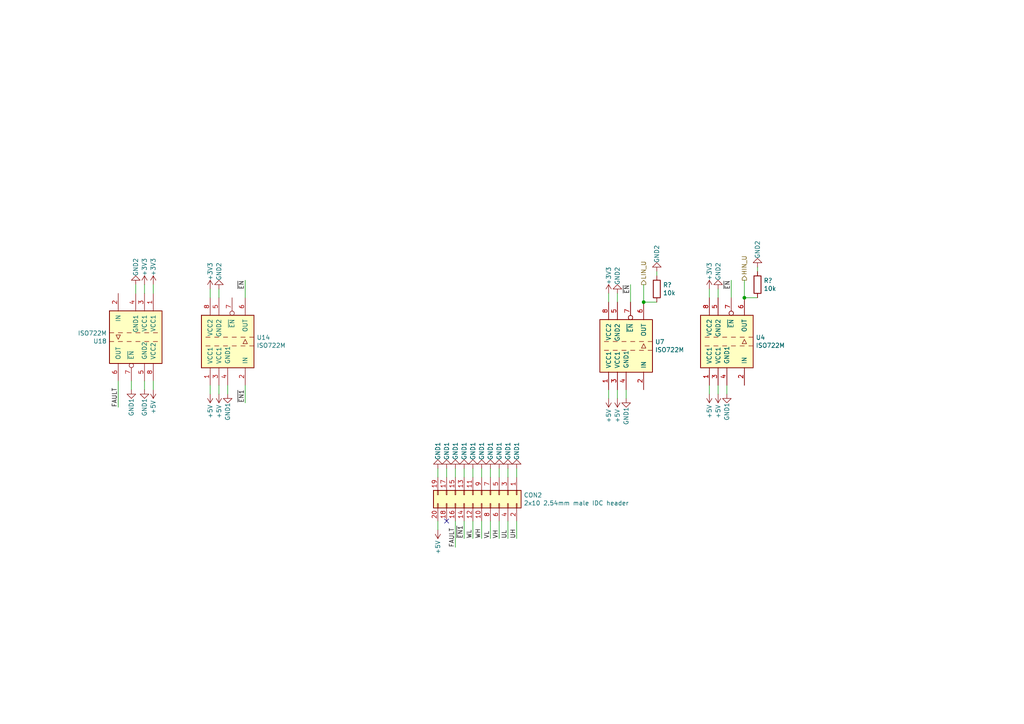
<source format=kicad_sch>
(kicad_sch (version 20211123) (generator eeschema)
  (paper "A4")
  (lib_symbols
    (symbol "Connector_Generic:Conn_02x10_Odd_Even" (pin_names (offset 1.016) hide)
      (property "Reference" "J" (at 1.27 12.7 0))
      (property "Value" "Conn_02x10_Odd_Even" (at 1.27 -15.24 0))
      (symbol "Conn_02x10_Odd_Even_1_1"
        (rectangle (start -1.27 -12.573) (end 0 -12.827) (stroke (width 0.1524)))
        (rectangle (start -1.27 -10.033) (end 0 -10.287) (stroke (width 0.1524)))
        (rectangle (start -1.27 -7.493) (end 0 -7.747) (stroke (width 0.1524)))
        (rectangle (start -1.27 -4.953) (end 0 -5.207) (stroke (width 0.1524)))
        (rectangle (start -1.27 -2.413) (end 0 -2.667) (stroke (width 0.1524)))
        (rectangle (start -1.27 0.127) (end 0 -0.127) (stroke (width 0.1524)))
        (rectangle (start -1.27 2.667) (end 0 2.413) (stroke (width 0.1524)))
        (rectangle (start -1.27 5.207) (end 0 4.953) (stroke (width 0.1524)))
        (rectangle (start -1.27 7.747) (end 0 7.493) (stroke (width 0.1524)))
        (rectangle (start -1.27 10.287) (end 0 10.033) (stroke (width 0.1524)))
        (rectangle (start -1.27 11.43) (end 3.81 -13.97) (stroke (width 0.254)) (fill (type background)))
        (rectangle (start 3.81 -12.573) (end 2.54 -12.827) (stroke (width 0.1524)))
        (rectangle (start 3.81 -10.033) (end 2.54 -10.287) (stroke (width 0.1524)))
        (rectangle (start 3.81 -7.493) (end 2.54 -7.747) (stroke (width 0.1524)))
        (rectangle (start 3.81 -4.953) (end 2.54 -5.207) (stroke (width 0.1524)))
        (rectangle (start 3.81 -2.413) (end 2.54 -2.667) (stroke (width 0.1524)))
        (rectangle (start 3.81 0.127) (end 2.54 -0.127) (stroke (width 0.1524)))
        (rectangle (start 3.81 2.667) (end 2.54 2.413) (stroke (width 0.1524)))
        (rectangle (start 3.81 5.207) (end 2.54 4.953) (stroke (width 0.1524)))
        (rectangle (start 3.81 7.747) (end 2.54 7.493) (stroke (width 0.1524)))
        (rectangle (start 3.81 10.287) (end 2.54 10.033) (stroke (width 0.1524)))
        (pin passive line (at -5.08 10.16 0) (length 3.81) (name "Pin_1") (number "1"))
        (pin passive line (at 7.62 0 180) (length 3.81) (name "Pin_10") (number "10"))
        (pin passive line (at -5.08 -2.54 0) (length 3.81) (name "Pin_11") (number "11"))
        (pin passive line (at 7.62 -2.54 180) (length 3.81) (name "Pin_12") (number "12"))
        (pin passive line (at -5.08 -5.08 0) (length 3.81) (name "Pin_13") (number "13"))
        (pin passive line (at 7.62 -5.08 180) (length 3.81) (name "Pin_14") (number "14"))
        (pin passive line (at -5.08 -7.62 0) (length 3.81) (name "Pin_15") (number "15"))
        (pin passive line (at 7.62 -7.62 180) (length 3.81) (name "Pin_16") (number "16"))
        (pin passive line (at -5.08 -10.16 0) (length 3.81) (name "Pin_17") (number "17"))
        (pin passive line (at 7.62 -10.16 180) (length 3.81) (name "Pin_18") (number "18"))
        (pin passive line (at -5.08 -12.7 0) (length 3.81) (name "Pin_19") (number "19"))
        (pin passive line (at 7.62 10.16 180) (length 3.81) (name "Pin_2") (number "2"))
        (pin passive line (at 7.62 -12.7 180) (length 3.81) (name "Pin_20") (number "20"))
        (pin passive line (at -5.08 7.62 0) (length 3.81) (name "Pin_3") (number "3"))
        (pin passive line (at 7.62 7.62 180) (length 3.81) (name "Pin_4") (number "4"))
        (pin passive line (at -5.08 5.08 0) (length 3.81) (name "Pin_5") (number "5"))
        (pin passive line (at 7.62 5.08 180) (length 3.81) (name "Pin_6") (number "6"))
        (pin passive line (at -5.08 2.54 0) (length 3.81) (name "Pin_7") (number "7"))
        (pin passive line (at 7.62 2.54 180) (length 3.81) (name "Pin_8") (number "8"))
        (pin passive line (at -5.08 0 0) (length 3.81) (name "Pin_9") (number "9"))
      )
    )
    (symbol "Device:R" (pin_numbers hide) (pin_names (offset 0))
      (property "Reference" "R" (at 2.032 0 90))
      (property "Value" "R" (at 0 0 90))
      (symbol "R_0_1"
        (rectangle (start -1.016 -2.54) (end 1.016 2.54) (stroke (width 0.254)))
      )
      (symbol "R_1_1"
        (pin passive line (at 0 3.81 270) (length 1.27) (name "~") (number "1"))
        (pin passive line (at 0 -3.81 90) (length 1.27) (name "~") (number "2"))
      )
    )
    (symbol "Local_Lib:ISO722M" (pin_names (offset 1.016))
      (property "Reference" "U" (at 0 10.795 0))
      (property "Value" "ISO722M" (at 0 8.89 0))
      (symbol "ISO722M_0_1"
        (rectangle (start -7.62 7.62) (end 7.62 -7.62) (stroke (width 0.254)) (fill (type background)))
        (polyline (pts (xy -1.27 -6.35) (xy -1.27 -7.62)))
        (polyline (pts (xy -1.27 -3.81) (xy -1.27 -5.08)))
        (polyline (pts (xy -1.27 -1.27) (xy -1.27 -2.54)))
        (polyline (pts (xy -1.27 1.27) (xy -1.27 0)))
        (polyline (pts (xy -1.27 3.81) (xy -1.27 2.54)))
        (polyline (pts (xy -1.27 6.35) (xy -1.27 5.08)))
        (polyline (pts (xy 1.27 -6.35) (xy 1.27 -7.62)))
        (polyline (pts (xy 1.27 -3.81) (xy 1.27 -5.08)))
        (polyline (pts (xy 1.27 -1.27) (xy 1.27 -2.54)))
        (polyline (pts (xy 1.27 1.27) (xy 1.27 0)))
        (polyline (pts (xy 1.27 3.81) (xy 1.27 2.54)))
        (polyline (pts (xy 1.27 6.35) (xy 1.27 5.08)))
        (polyline (pts (xy -0.635 -4.445) (xy -0.635 -5.715) (xy 0.635 -5.08) (xy -0.635 -4.445)))
      )
      (symbol "ISO722M_1_1"
        (pin power_in line (at -12.7 5.08 0) (length 5.1308) (name "VCC1") (number "1"))
        (pin input line (at -12.7 -5.08 0) (length 5.1308) (name "IN") (number "2"))
        (pin power_in line (at -12.7 2.54 0) (length 5.1308) (name "VCC1") (number "3"))
        (pin power_in line (at -12.7 0 0) (length 5.1308) (name "GND1") (number "4"))
        (pin power_in line (at 12.7 2.54 180) (length 5.1308) (name "GND2") (number "5"))
        (pin output line (at 12.7 -5.08 180) (length 5.1308) (name "OUT") (number "6"))
        (pin input inverted (at 12.7 -1.27 180) (length 5.1308) (name "~{EN}") (number "7"))
        (pin power_in line (at 12.7 5.08 180) (length 5.1308) (name "VCC2") (number "8"))
      )
    )
    (symbol "power:+3V3" (power) (pin_names (offset 0))
      (property "Value" "+3V3" (at 0 3.556 0))
      (symbol "+3V3_0_1"
        (polyline (pts (xy -0.762 1.27) (xy 0 2.54)))
        (polyline (pts (xy 0 0) (xy 0 2.54)))
        (polyline (pts (xy 0 2.54) (xy 0.762 1.27)))
      )
      (symbol "+3V3_1_1"
        (pin power_in line (at 0 0 90) (length 0) hide (name "+3V3") (number "1"))
      )
    )
    (symbol "power:+5V" (power) (pin_names (offset 0))
      (property "Value" "+5V" (at 0 3.556 0))
      (symbol "+5V_0_1"
        (polyline (pts (xy -0.762 1.27) (xy 0 2.54)))
        (polyline (pts (xy 0 0) (xy 0 2.54)))
        (polyline (pts (xy 0 2.54) (xy 0.762 1.27)))
      )
      (symbol "+5V_1_1"
        (pin power_in line (at 0 0 90) (length 0) hide (name "+5V") (number "1"))
      )
    )
    (symbol "power:GND1" (power) (pin_names (offset 0))
      (property "Value" "GND1" (at 0 -3.81 0))
      (symbol "GND1_0_1"
        (polyline (pts (xy 0 0) (xy 0 -1.27) (xy 1.27 -1.27) (xy 0 -2.54) (xy -1.27 -1.27) (xy 0 -1.27)))
      )
      (symbol "GND1_1_1"
        (pin power_in line (at 0 0 270) (length 0) hide (name "GND1") (number "1"))
      )
    )
    (symbol "power:GND2" (power) (pin_names (offset 0))
      (property "Value" "GND2" (at 0 -3.81 0))
      (symbol "GND2_0_1"
        (polyline (pts (xy 0 0) (xy 0 -1.27) (xy 1.27 -1.27) (xy 0 -2.54) (xy -1.27 -1.27) (xy 0 -1.27)))
      )
      (symbol "GND2_1_1"
        (pin power_in line (at 0 0 270) (length 0) hide (name "GND2") (number "1"))
      )
    )
  )
  (junction (at 186.69 87.63))
  (junction (at 215.9 86.36))
  (no_connect (at 129.54 151.13))
  (wire (pts (xy 139.7 156.21) (xy 139.7 151.13)))
  (wire (pts (xy 134.62 151.13) (xy 134.62 156.21)))
  (wire (pts (xy 127 135.89) (xy 127 138.43)))
  (wire (pts (xy 149.86 135.89) (xy 149.86 138.43)))
  (wire (pts (xy 60.96 83.82) (xy 60.96 86.36)))
  (wire (pts (xy 127 153.67) (xy 127 151.13)))
  (wire (pts (xy 149.86 156.21) (xy 149.86 151.13)))
  (wire (pts (xy 142.24 156.21) (xy 142.24 151.13)))
  (wire (pts (xy 181.61 115.57) (xy 181.61 113.03)))
  (wire (pts (xy 144.78 135.89) (xy 144.78 138.43)))
  (wire (pts (xy 210.82 114.3) (xy 210.82 111.76)))
  (wire (pts (xy 34.29 110.49) (xy 34.29 118.11)))
  (wire (pts (xy 63.5 83.82) (xy 63.5 86.36)))
  (wire (pts (xy 134.62 135.89) (xy 134.62 138.43)))
  (wire (pts (xy 208.28 83.82) (xy 208.28 86.36)))
  (wire (pts (xy 63.5 114.3) (xy 63.5 111.76)))
  (wire (pts (xy 219.71 77.47) (xy 219.71 78.74)))
  (wire (pts (xy 41.91 82.55) (xy 41.91 85.09)))
  (wire (pts (xy 44.45 82.55) (xy 44.45 85.09)))
  (wire (pts (xy 71.12 111.76) (xy 71.12 116.84)))
  (wire (pts (xy 190.5 87.63) (xy 186.69 87.63)))
  (wire (pts (xy 137.16 156.21) (xy 137.16 151.13)))
  (wire (pts (xy 176.53 85.09) (xy 176.53 87.63)))
  (wire (pts (xy 205.74 83.82) (xy 205.74 86.36)))
  (wire (pts (xy 38.1 113.03) (xy 38.1 110.49)))
  (wire (pts (xy 179.07 85.09) (xy 179.07 87.63)))
  (wire (pts (xy 144.78 156.21) (xy 144.78 151.13)))
  (wire (pts (xy 71.12 86.36) (xy 71.12 81.28)))
  (wire (pts (xy 212.09 86.36) (xy 212.09 81.28)))
  (wire (pts (xy 179.07 115.57) (xy 179.07 113.03)))
  (wire (pts (xy 142.24 135.89) (xy 142.24 138.43)))
  (wire (pts (xy 139.7 135.89) (xy 139.7 138.43)))
  (wire (pts (xy 137.16 135.89) (xy 137.16 138.43)))
  (wire (pts (xy 205.74 114.3) (xy 205.74 111.76)))
  (wire (pts (xy 41.91 113.03) (xy 41.91 110.49)))
  (wire (pts (xy 132.08 151.13) (xy 132.08 158.75)))
  (wire (pts (xy 182.88 87.63) (xy 182.88 82.55)))
  (wire (pts (xy 39.37 82.55) (xy 39.37 85.09)))
  (wire (pts (xy 208.28 114.3) (xy 208.28 111.76)))
  (wire (pts (xy 219.71 86.36) (xy 215.9 86.36)))
  (wire (pts (xy 132.08 135.89) (xy 132.08 138.43)))
  (wire (pts (xy 176.53 115.57) (xy 176.53 113.03)))
  (wire (pts (xy 44.45 113.03) (xy 44.45 110.49)))
  (wire (pts (xy 60.96 114.3) (xy 60.96 111.76)))
  (wire (pts (xy 186.69 82.55) (xy 186.69 87.63)))
  (wire (pts (xy 215.9 81.28) (xy 215.9 86.36)))
  (wire (pts (xy 147.32 156.21) (xy 147.32 151.13)))
  (wire (pts (xy 190.5 78.74) (xy 190.5 80.01)))
  (wire (pts (xy 129.54 135.89) (xy 129.54 138.43)))
  (wire (pts (xy 147.32 135.89) (xy 147.32 138.43)))
  (wire (pts (xy 66.04 114.3) (xy 66.04 111.76)))
  (label "WH" (at 139.7 156.21 90))
  (label "~{EN1}" (at 71.12 116.84 90))
  (label "~{EN}" (at 182.88 82.55 270))
  (label "FAULT" (at 34.29 118.11 90))
  (label "~{EN1}" (at 134.62 156.21 90))
  (label "~{EN}" (at 212.09 81.28 270))
  (label "VH" (at 144.78 156.21 90))
  (label "VL" (at 142.24 156.21 90))
  (label "UH" (at 149.86 156.21 90))
  (label "WL" (at 137.16 156.21 90))
  (label "~{EN}" (at 71.12 81.28 270))
  (label "UL" (at 147.32 156.21 90))
  (label "FAULT" (at 132.08 158.75 90))
  (hierarchical_label "LIN_U" (shape output) (at 186.69 82.55 90))
  (hierarchical_label "HIN_U" (shape output) (at 215.9 81.28 90))
  (symbol (lib_id "Local_Lib:ISO722M") (at 66.04 99.06 90) (unit 1)
    (property "Reference" "U14" (at 74.422 97.8916 90) (effects (justify right)))
    (property "Value" "ISO722M" (at 74.422 100.203 90) (effects (justify right)))
    (property "Footprint" "Package_SO:SOIC-8_3.9x4.9mm_P1.27mm" (effects hide))
  )
  (symbol (lib_id "Connector_Generic:Conn_02x10_Odd_Even") (at 139.7 143.51 270) (unit 1)
    (property "Reference" "CON2" (at 151.892 143.6116 90) (effects (justify left)))
    (property "Value" "2x10 2.54mm male IDC header" (at 151.892 145.923 90) (effects (justify left)))
  )
  (symbol (lib_id "power:GND1") (at 149.86 135.89 180) (unit 1)
    (property "Reference" "#PWR?" (effects hide))
    (property "Value" "GND1" (at 149.86 130.81 90))
  )
  (symbol (lib_id "power:+5V") (at 127 153.67 180) (unit 1)
    (property "Reference" "#PWR?" (effects hide))
    (property "Value" "+5V" (at 127 158.75 90))
  )
  (symbol (lib_id "Device:R") (at 219.71 82.55 180) (unit 1)
    (property "Reference" "R?" (at 221.488 81.3816 0) (effects (justify right)))
    (property "Value" "10k" (at 221.488 83.693 0) (effects (justify right)))
  )
  (symbol (lib_id "power:GND1") (at 147.32 135.89 180) (unit 1)
    (property "Reference" "#PWR?" (effects hide))
    (property "Value" "GND1" (at 147.32 130.81 90))
  )
  (symbol (lib_id "power:GND2") (at 219.71 77.47 180) (unit 1)
    (property "Reference" "#PWR?" (effects hide))
    (property "Value" "GND2" (at 219.71 72.39 90))
  )
  (symbol (lib_id "power:GND1") (at 144.78 135.89 180) (unit 1)
    (property "Reference" "#PWR?" (effects hide))
    (property "Value" "GND1" (at 144.78 130.81 90))
  )
  (symbol (lib_id "power:GND1") (at 142.24 135.89 180) (unit 1)
    (property "Reference" "#PWR?" (effects hide))
    (property "Value" "GND1" (at 142.24 130.81 90))
  )
  (symbol (lib_id "power:GND1") (at 139.7 135.89 180) (unit 1)
    (property "Reference" "#PWR?" (effects hide))
    (property "Value" "GND1" (at 139.7 130.81 90))
  )
  (symbol (lib_id "power:GND1") (at 137.16 135.89 180) (unit 1)
    (property "Reference" "#PWR?" (effects hide))
    (property "Value" "GND1" (at 137.16 130.81 90))
  )
  (symbol (lib_id "power:GND1") (at 134.62 135.89 180) (unit 1)
    (property "Reference" "#PWR?" (effects hide))
    (property "Value" "GND1" (at 134.62 130.81 90))
  )
  (symbol (lib_id "power:GND1") (at 132.08 135.89 180) (unit 1)
    (property "Reference" "#PWR?" (effects hide))
    (property "Value" "GND1" (at 132.08 130.81 90))
  )
  (symbol (lib_id "power:GND1") (at 129.54 135.89 180) (unit 1)
    (property "Reference" "#PWR?" (effects hide))
    (property "Value" "GND1" (at 129.54 130.81 90))
  )
  (symbol (lib_id "power:GND1") (at 127 135.89 180) (unit 1)
    (property "Reference" "#PWR?" (effects hide))
    (property "Value" "GND1" (at 127 130.81 90))
  )
  (symbol (lib_id "Local_Lib:ISO722M") (at 210.82 99.06 90) (unit 1)
    (property "Reference" "U4" (at 219.202 97.8916 90) (effects (justify right)))
    (property "Value" "ISO722M" (at 219.202 100.203 90) (effects (justify right)))
    (property "Footprint" "Package_SO:SOIC-8_3.9x4.9mm_P1.27mm" (effects hide))
  )
  (symbol (lib_id "Device:R") (at 190.5 83.82 180) (unit 1)
    (property "Reference" "R?" (at 192.278 82.6516 0) (effects (justify right)))
    (property "Value" "10k" (at 192.278 84.963 0) (effects (justify right)))
  )
  (symbol (lib_id "power:GND2") (at 190.5 78.74 180) (unit 1)
    (property "Reference" "#PWR?" (effects hide))
    (property "Value" "GND2" (at 190.5 73.66 90))
  )
  (symbol (lib_id "power:GND2") (at 63.5 83.82 180) (unit 1)
    (property "Reference" "#PWR?" (effects hide))
    (property "Value" "GND2" (at 63.5 78.74 90))
  )
  (symbol (lib_id "power:GND2") (at 208.28 83.82 180) (unit 1)
    (property "Reference" "#PWR?" (effects hide))
    (property "Value" "GND2" (at 208.28 78.74 90))
  )
  (symbol (lib_id "power:GND1") (at 66.04 114.3 0) (unit 1)
    (property "Reference" "#PWR?" (effects hide))
    (property "Value" "GND1" (at 66.04 119.38 90))
  )
  (symbol (lib_id "power:+5V") (at 63.5 114.3 180) (unit 1)
    (property "Reference" "#PWR?" (effects hide))
    (property "Value" "+5V" (at 63.5 119.38 90))
  )
  (symbol (lib_id "power:+5V") (at 60.96 114.3 180) (unit 1)
    (property "Reference" "#PWR?" (effects hide))
    (property "Value" "+5V" (at 60.96 119.38 90))
  )
  (symbol (lib_id "power:GND1") (at 210.82 114.3 0) (unit 1)
    (property "Reference" "#PWR?" (effects hide))
    (property "Value" "GND1" (at 210.82 119.38 90))
  )
  (symbol (lib_id "power:+5V") (at 208.28 114.3 180) (unit 1)
    (property "Reference" "#PWR?" (effects hide))
    (property "Value" "+5V" (at 208.28 119.38 90))
  )
  (symbol (lib_id "power:+5V") (at 205.74 114.3 180) (unit 1)
    (property "Reference" "#PWR?" (effects hide))
    (property "Value" "+5V" (at 205.74 119.38 90))
  )
  (symbol (lib_id "Local_Lib:ISO722M") (at 181.61 100.33 90) (unit 1)
    (property "Reference" "U7" (at 189.992 99.1616 90) (effects (justify right)))
    (property "Value" "ISO722M" (at 189.992 101.473 90) (effects (justify right)))
    (property "Footprint" "Package_SO:SOIC-8_3.9x4.9mm_P1.27mm" (effects hide))
  )
  (symbol (lib_id "power:GND2") (at 179.07 85.09 180) (unit 1)
    (property "Reference" "#PWR?" (effects hide))
    (property "Value" "GND2" (at 179.07 80.01 90))
  )
  (symbol (lib_id "power:GND1") (at 181.61 115.57 0) (unit 1)
    (property "Reference" "#PWR?" (effects hide))
    (property "Value" "GND1" (at 181.61 120.65 90))
  )
  (symbol (lib_id "power:+5V") (at 179.07 115.57 180) (unit 1)
    (property "Reference" "#PWR?" (effects hide))
    (property "Value" "+5V" (at 179.07 120.65 90))
  )
  (symbol (lib_id "power:+5V") (at 176.53 115.57 180) (unit 1)
    (property "Reference" "#PWR?" (effects hide))
    (property "Value" "+5V" (at 176.53 120.65 90))
  )
  (symbol (lib_id "Local_Lib:ISO722M") (at 39.37 97.79 270) (unit 1)
    (property "Reference" "U18" (at 30.988 98.9584 90) (effects (justify right)))
    (property "Value" "ISO722M" (at 30.988 96.647 90) (effects (justify right)))
    (property "Footprint" "Package_SO:SOIC-8_3.9x4.9mm_P1.27mm" (effects hide))
  )
  (symbol (lib_id "power:GND1") (at 41.91 113.03 0) (mirror y) (unit 1)
    (property "Reference" "#PWR?" (effects hide))
    (property "Value" "GND1" (at 41.91 118.11 90))
  )
  (symbol (lib_id "power:+5V") (at 44.45 113.03 0) (mirror x) (unit 1)
    (property "Reference" "#PWR?" (effects hide))
    (property "Value" "+5V" (at 44.45 118.11 90))
  )
  (symbol (lib_id "power:GND1") (at 38.1 113.03 0) (mirror y) (unit 1)
    (property "Reference" "#PWR?" (effects hide))
    (property "Value" "GND1" (at 38.1 118.11 90))
  )
  (symbol (lib_id "power:GND2") (at 39.37 82.55 0) (mirror x) (unit 1)
    (property "Reference" "#PWR?" (effects hide))
    (property "Value" "GND2" (at 39.37 77.47 90))
  )
  (symbol (lib_id "power:+3V3") (at 41.91 82.55 0) (unit 1)
    (property "Reference" "#PWR?" (effects hide))
    (property "Value" "+3V3" (at 41.91 77.47 90))
  )
  (symbol (lib_id "power:+3V3") (at 44.45 82.55 0) (unit 1)
    (property "Reference" "#PWR?" (effects hide))
    (property "Value" "+3V3" (at 44.45 77.47 90))
  )
  (symbol (lib_id "power:+3V3") (at 60.96 83.82 0) (unit 1)
    (property "Reference" "#PWR?" (effects hide))
    (property "Value" "+3V3" (at 60.96 78.74 90))
  )
  (symbol (lib_id "power:+3V3") (at 176.53 85.09 0) (unit 1)
    (property "Reference" "#PWR?" (effects hide))
    (property "Value" "+3V3" (at 176.53 80.01 90))
  )
  (symbol (lib_id "power:+3V3") (at 205.74 83.82 0) (unit 1)
    (property "Reference" "#PWR?" (effects hide))
    (property "Value" "+3V3" (at 205.74 78.74 90))
  )
)
</source>
